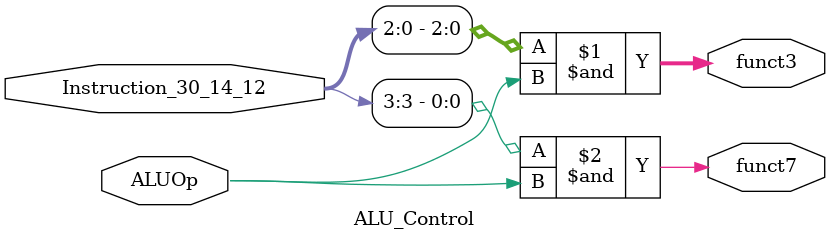
<source format=v>
`timescale 1ns / 1ps


module ALU_Control(
    input ALUOp,
    input [3:0] Instruction_30_14_12,
    output [2:0] funct3,
    output funct7
    );

    assign funct3 = Instruction_30_14_12[2:0] & ALUOp;
    assign funct7 = Instruction_30_14_12[3] & ALUOp;

endmodule

</source>
